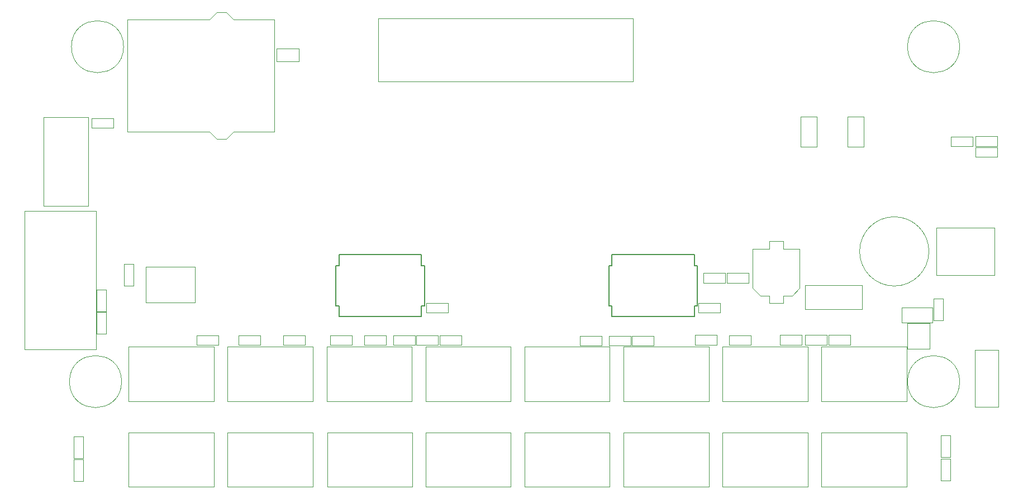
<source format=gbr>
G04 #@! TF.GenerationSoftware,KiCad,Pcbnew,(6.0.4)*
G04 #@! TF.CreationDate,2022-04-12T16:42:45-04:00*
G04 #@! TF.ProjectId,Teensy_16,5465656e-7379-45f3-9136-2e6b69636164,v1*
G04 #@! TF.SameCoordinates,Original*
G04 #@! TF.FileFunction,Other,User*
%FSLAX46Y46*%
G04 Gerber Fmt 4.6, Leading zero omitted, Abs format (unit mm)*
G04 Created by KiCad (PCBNEW (6.0.4)) date 2022-04-12 16:42:45*
%MOMM*%
%LPD*%
G01*
G04 APERTURE LIST*
%ADD10C,0.050000*%
%ADD11C,0.152400*%
G04 APERTURE END LIST*
D10*
X217367000Y-100999800D02*
X217367000Y-93799800D01*
X208567000Y-93799800D02*
X208567000Y-100999800D01*
X217367000Y-93799800D02*
X208567000Y-93799800D01*
X208567000Y-100999800D02*
X217367000Y-100999800D01*
X197574500Y-76899800D02*
X197574500Y-81499800D01*
X195074500Y-81499800D02*
X197574500Y-81499800D01*
X197574500Y-76899800D02*
X195074500Y-76899800D01*
X195074500Y-81499800D02*
X195074500Y-76899800D01*
X187974500Y-81499800D02*
X187974500Y-76899800D01*
X190474500Y-76899800D02*
X187974500Y-76899800D01*
X187974500Y-81499800D02*
X190474500Y-81499800D01*
X190474500Y-76899800D02*
X190474500Y-81499800D01*
X210717000Y-79969800D02*
X214017000Y-79969800D01*
X214017000Y-81429800D02*
X210717000Y-81429800D01*
X210717000Y-81429800D02*
X210717000Y-79969800D01*
X214017000Y-79969800D02*
X214017000Y-81429800D01*
X108217000Y-62194800D02*
X108217000Y-79204800D01*
X102067000Y-79204800D02*
X108217000Y-79204800D01*
X102067000Y-62194800D02*
X100947000Y-61074800D01*
X102067000Y-62194800D02*
X108217000Y-62194800D01*
X102067000Y-79204800D02*
X100947000Y-80324800D01*
X98377000Y-62194800D02*
X85917000Y-62194800D01*
X99497000Y-61074800D02*
X98377000Y-62194800D01*
X99497000Y-80324800D02*
X98377000Y-79204800D01*
X99497000Y-80324800D02*
X100947000Y-80324800D01*
X99497000Y-61074800D02*
X100947000Y-61074800D01*
X85917000Y-62194800D02*
X85917000Y-79204800D01*
X98377000Y-79204800D02*
X85917000Y-79204800D01*
X108567000Y-66619800D02*
X111967000Y-66619800D01*
X111967000Y-66619800D02*
X111967000Y-68579800D01*
X108567000Y-68579800D02*
X108567000Y-66619800D01*
X111967000Y-68579800D02*
X108567000Y-68579800D01*
X131242000Y-105219800D02*
X134542000Y-105219800D01*
X134542000Y-106679800D02*
X131242000Y-106679800D01*
X134542000Y-105219800D02*
X134542000Y-106679800D01*
X131242000Y-106679800D02*
X131242000Y-105219800D01*
X99050000Y-124850000D02*
X86150000Y-124850000D01*
X99050000Y-133100000D02*
X99050000Y-124850000D01*
X86150000Y-133100000D02*
X99050000Y-133100000D01*
X86150000Y-124850000D02*
X86150000Y-133100000D01*
X116150000Y-111850000D02*
X116150000Y-120100000D01*
X129050000Y-111850000D02*
X116150000Y-111850000D01*
X116150000Y-120100000D02*
X129050000Y-120100000D01*
X129050000Y-120100000D02*
X129050000Y-111850000D01*
X129164342Y-133100000D02*
X129164342Y-124850000D01*
X116264342Y-133100000D02*
X129164342Y-133100000D01*
X116264342Y-124850000D02*
X116264342Y-133100000D01*
X129164342Y-124850000D02*
X116264342Y-124850000D01*
X131150000Y-111850000D02*
X131150000Y-120100000D01*
X144050000Y-120100000D02*
X144050000Y-111850000D01*
X144050000Y-111850000D02*
X131150000Y-111850000D01*
X131150000Y-120100000D02*
X144050000Y-120100000D01*
X131150000Y-133100000D02*
X144050000Y-133100000D01*
X144050000Y-124850000D02*
X131150000Y-124850000D01*
X144050000Y-133100000D02*
X144050000Y-124850000D01*
X131150000Y-124850000D02*
X131150000Y-133100000D01*
X159050000Y-111850000D02*
X146150000Y-111850000D01*
X159050000Y-120100000D02*
X159050000Y-111850000D01*
X146150000Y-120100000D02*
X159050000Y-120100000D01*
X146150000Y-111850000D02*
X146150000Y-120100000D01*
X159050000Y-133100000D02*
X159050000Y-124850000D01*
X146150000Y-133100000D02*
X159050000Y-133100000D01*
X146150000Y-124850000D02*
X146150000Y-133100000D01*
X159050000Y-124850000D02*
X146150000Y-124850000D01*
X174050000Y-111850000D02*
X161150000Y-111850000D01*
X161150000Y-120100000D02*
X174050000Y-120100000D01*
X174050000Y-120100000D02*
X174050000Y-111850000D01*
X161150000Y-111850000D02*
X161150000Y-120100000D01*
X161150000Y-124850000D02*
X161150000Y-133100000D01*
X161150000Y-133100000D02*
X174050000Y-133100000D01*
X174050000Y-133100000D02*
X174050000Y-124850000D01*
X174050000Y-124850000D02*
X161150000Y-124850000D01*
X189050000Y-120100000D02*
X189050000Y-111850000D01*
X176150000Y-111850000D02*
X176150000Y-120100000D01*
X189050000Y-111850000D02*
X176150000Y-111850000D01*
X176150000Y-120100000D02*
X189050000Y-120100000D01*
X189050000Y-133100000D02*
X189050000Y-124850000D01*
X176150000Y-124850000D02*
X176150000Y-133100000D01*
X176150000Y-133100000D02*
X189050000Y-133100000D01*
X189050000Y-124850000D02*
X176150000Y-124850000D01*
X204050000Y-120100000D02*
X204050000Y-111850000D01*
X191150000Y-111850000D02*
X191150000Y-120100000D01*
X191150000Y-120100000D02*
X204050000Y-120100000D01*
X204050000Y-111850000D02*
X191150000Y-111850000D01*
X191150000Y-124850000D02*
X191150000Y-133100000D01*
X204050000Y-124850000D02*
X191150000Y-124850000D01*
X191150000Y-133100000D02*
X204050000Y-133100000D01*
X204050000Y-133100000D02*
X204050000Y-124850000D01*
X172517000Y-106629800D02*
X172517000Y-105169800D01*
X172517000Y-105169800D02*
X175817000Y-105169800D01*
X175817000Y-106629800D02*
X172517000Y-106629800D01*
X175817000Y-105169800D02*
X175817000Y-106629800D01*
X99050000Y-120100000D02*
X99050000Y-111850000D01*
X86150000Y-120100000D02*
X99050000Y-120100000D01*
X99050000Y-111850000D02*
X86150000Y-111850000D01*
X86150000Y-111850000D02*
X86150000Y-120100000D01*
X101150000Y-111850000D02*
X101150000Y-120100000D01*
X114050000Y-111850000D02*
X101150000Y-111850000D01*
X114050000Y-120100000D02*
X114050000Y-111850000D01*
X101150000Y-120100000D02*
X114050000Y-120100000D01*
X101150000Y-124850000D02*
X101150000Y-133100000D01*
X101150000Y-133100000D02*
X114050000Y-133100000D01*
X114050000Y-124850000D02*
X101150000Y-124850000D01*
X114050000Y-133100000D02*
X114050000Y-124850000D01*
X203267000Y-105899800D02*
X203267000Y-108199800D01*
X207967000Y-108199800D02*
X203267000Y-108199800D01*
X203267000Y-105899800D02*
X207967000Y-105899800D01*
X207967000Y-105899800D02*
X207967000Y-108199800D01*
X86897000Y-99249800D02*
X86897000Y-102549800D01*
X85437000Y-102549800D02*
X85437000Y-99249800D01*
X86897000Y-102549800D02*
X85437000Y-102549800D01*
X85437000Y-99249800D02*
X86897000Y-99249800D01*
X85377600Y-66318600D02*
G75*
G03*
X85377600Y-66318600I-3950000J0D01*
G01*
X77837000Y-125449800D02*
X79297000Y-125449800D01*
X77837000Y-128749800D02*
X77837000Y-125449800D01*
X79297000Y-125449800D02*
X79297000Y-128749800D01*
X79297000Y-128749800D02*
X77837000Y-128749800D01*
X209237000Y-125249800D02*
X210697000Y-125249800D01*
X210697000Y-128549800D02*
X209237000Y-128549800D01*
X209237000Y-128549800D02*
X209237000Y-125249800D01*
X210697000Y-125249800D02*
X210697000Y-128549800D01*
X85077600Y-117118600D02*
G75*
G03*
X85077600Y-117118600I-3950000J0D01*
G01*
X77837000Y-132249800D02*
X77837000Y-128949800D01*
X77837000Y-128949800D02*
X79297000Y-128949800D01*
X79297000Y-132249800D02*
X77837000Y-132249800D01*
X79297000Y-128949800D02*
X79297000Y-132249800D01*
X210697000Y-128849800D02*
X210697000Y-132149800D01*
X209237000Y-128849800D02*
X210697000Y-128849800D01*
X210697000Y-132149800D02*
X209237000Y-132149800D01*
X209237000Y-132149800D02*
X209237000Y-128849800D01*
X180117000Y-100669800D02*
X180117000Y-102129800D01*
X176817000Y-100669800D02*
X180117000Y-100669800D01*
X176817000Y-102129800D02*
X176817000Y-100669800D01*
X180117000Y-102129800D02*
X176817000Y-102129800D01*
D11*
X158911400Y-105597800D02*
X158911400Y-99501800D01*
X159368600Y-105597800D02*
X158911400Y-105597800D01*
X158911400Y-99501800D02*
X159368600Y-99501800D01*
X159368600Y-99501800D02*
X159368600Y-97838100D01*
X159368600Y-107261500D02*
X159368600Y-105597800D01*
X172322600Y-99501800D02*
X172322600Y-105597800D01*
X171865400Y-97838100D02*
X171865400Y-99501800D01*
X171865400Y-99501800D02*
X172322600Y-99501800D01*
X171865400Y-107261500D02*
X159368600Y-107261500D01*
X159368600Y-97838100D02*
X171865400Y-97838100D01*
X171865400Y-105597800D02*
X171865400Y-107261500D01*
X172322600Y-105597800D02*
X171865400Y-105597800D01*
X130515400Y-105597800D02*
X130515400Y-107261500D01*
X118018600Y-105597800D02*
X117561400Y-105597800D01*
X130515400Y-97838100D02*
X130515400Y-99501800D01*
X118018600Y-97838100D02*
X130515400Y-97838100D01*
X117561400Y-99501800D02*
X118018600Y-99501800D01*
X130515400Y-99501800D02*
X130972600Y-99501800D01*
X130972600Y-105597800D02*
X130515400Y-105597800D01*
X117561400Y-105597800D02*
X117561400Y-99501800D01*
X118018600Y-99501800D02*
X118018600Y-97838100D01*
X130972600Y-99501800D02*
X130972600Y-105597800D01*
X130515400Y-107261500D02*
X118018600Y-107261500D01*
X118018600Y-107261500D02*
X118018600Y-105597800D01*
D10*
X88767000Y-99699800D02*
X88767000Y-105099800D01*
X96167000Y-99699800D02*
X88767000Y-99699800D01*
X88767000Y-105099800D02*
X96167000Y-105099800D01*
X96167000Y-105099800D02*
X96167000Y-99699800D01*
X123977000Y-62049800D02*
X123977000Y-71599800D01*
X123977000Y-71599800D02*
X162557000Y-71599800D01*
X162557000Y-71599800D02*
X162557000Y-62049800D01*
X162557000Y-62049800D02*
X123977000Y-62049800D01*
X212077600Y-117118600D02*
G75*
G03*
X212077600Y-117118600I-3950000J0D01*
G01*
X197292000Y-106099800D02*
X197292000Y-102499800D01*
X197292000Y-102499800D02*
X188642000Y-102499800D01*
X188642000Y-102499800D02*
X188642000Y-106099800D01*
X188642000Y-106099800D02*
X197292000Y-106099800D01*
X80017000Y-77049800D02*
X73267000Y-77049800D01*
X80017000Y-90449800D02*
X80017000Y-77049800D01*
X73267000Y-90449800D02*
X80017000Y-90449800D01*
X73267000Y-77049800D02*
X73267000Y-90449800D01*
X214367000Y-112299800D02*
X214367000Y-120949800D01*
X217967000Y-112299800D02*
X214367000Y-112299800D01*
X217967000Y-120949800D02*
X217967000Y-112299800D01*
X214367000Y-120949800D02*
X217967000Y-120949800D01*
X81177000Y-91199800D02*
X70367000Y-91199800D01*
X70367000Y-91199800D02*
X70367000Y-112199800D01*
X70367000Y-112199800D02*
X81177000Y-112199800D01*
X81177000Y-112199800D02*
X81177000Y-91199800D01*
X82747000Y-106599800D02*
X82747000Y-109899800D01*
X82747000Y-109899800D02*
X81287000Y-109899800D01*
X81287000Y-106599800D02*
X82747000Y-106599800D01*
X81287000Y-109899800D02*
X81287000Y-106599800D01*
X82747000Y-106499800D02*
X81287000Y-106499800D01*
X81287000Y-103199800D02*
X82747000Y-103199800D01*
X82747000Y-103199800D02*
X82747000Y-106499800D01*
X81287000Y-106499800D02*
X81287000Y-103199800D01*
X173217000Y-102129800D02*
X173217000Y-100669800D01*
X173217000Y-100669800D02*
X176517000Y-100669800D01*
X176517000Y-102129800D02*
X173217000Y-102129800D01*
X176517000Y-100669800D02*
X176517000Y-102129800D01*
X185317000Y-96999800D02*
X187817000Y-96999800D01*
X180717000Y-102949800D02*
X180717000Y-96999800D01*
X186667000Y-104099800D02*
X187817000Y-102949800D01*
X185317000Y-95849800D02*
X185317000Y-96999800D01*
X185317000Y-105249800D02*
X185317000Y-104099800D01*
X183217000Y-104099800D02*
X183217000Y-105249800D01*
X183217000Y-105249800D02*
X185317000Y-105249800D01*
X183217000Y-96999800D02*
X183217000Y-95849800D01*
X181867000Y-104099800D02*
X180717000Y-102949800D01*
X183217000Y-95849800D02*
X185317000Y-95849800D01*
X180717000Y-96999800D02*
X183217000Y-96999800D01*
X181867000Y-104099800D02*
X183217000Y-104099800D01*
X187817000Y-102949800D02*
X187817000Y-96999800D01*
X185317000Y-104099800D02*
X186667000Y-104099800D01*
X207417000Y-97367477D02*
G75*
G03*
X207417000Y-97367477I-5250000J0D01*
G01*
X80517000Y-78629800D02*
X80517000Y-77169800D01*
X80517000Y-77169800D02*
X83817000Y-77169800D01*
X83817000Y-77169800D02*
X83817000Y-78629800D01*
X83817000Y-78629800D02*
X80517000Y-78629800D01*
X217742000Y-83054800D02*
X214442000Y-83054800D01*
X214442000Y-81594800D02*
X217742000Y-81594800D01*
X217742000Y-81594800D02*
X217742000Y-83054800D01*
X214442000Y-83054800D02*
X214442000Y-81594800D01*
X214442000Y-81379800D02*
X214442000Y-79919800D01*
X217742000Y-79919800D02*
X217742000Y-81379800D01*
X217742000Y-81379800D02*
X214442000Y-81379800D01*
X214442000Y-79919800D02*
X217742000Y-79919800D01*
X212077600Y-66318613D02*
G75*
G03*
X212077600Y-66318613I-3950000J0D01*
G01*
X175317000Y-110069800D02*
X175317000Y-111529800D01*
X172017000Y-111529800D02*
X172017000Y-110069800D01*
X175317000Y-111529800D02*
X172017000Y-111529800D01*
X172017000Y-110069800D02*
X175317000Y-110069800D01*
X121842000Y-110119800D02*
X125142000Y-110119800D01*
X121842000Y-111579800D02*
X121842000Y-110119800D01*
X125142000Y-111579800D02*
X121842000Y-111579800D01*
X125142000Y-110119800D02*
X125142000Y-111579800D01*
X133017000Y-110119800D02*
X133017000Y-111579800D01*
X129717000Y-111579800D02*
X129717000Y-110119800D01*
X129717000Y-110119800D02*
X133017000Y-110119800D01*
X133017000Y-111579800D02*
X129717000Y-111579800D01*
X99717000Y-111579800D02*
X96417000Y-111579800D01*
X99717000Y-110119800D02*
X99717000Y-111579800D01*
X96417000Y-110119800D02*
X99717000Y-110119800D01*
X96417000Y-111579800D02*
X96417000Y-110119800D01*
X102792000Y-110119800D02*
X106092000Y-110119800D01*
X106092000Y-111579800D02*
X102792000Y-111579800D01*
X106092000Y-110119800D02*
X106092000Y-111579800D01*
X102792000Y-111579800D02*
X102792000Y-110119800D01*
X204117000Y-108279800D02*
X204117000Y-112119800D01*
X204117000Y-112119800D02*
X207517000Y-112119800D01*
X207517000Y-112119800D02*
X207517000Y-108279800D01*
X207517000Y-108279800D02*
X204117000Y-108279800D01*
X120017000Y-111579800D02*
X116717000Y-111579800D01*
X116717000Y-111579800D02*
X116717000Y-110119800D01*
X116717000Y-110119800D02*
X120017000Y-110119800D01*
X120017000Y-110119800D02*
X120017000Y-111579800D01*
X158967000Y-110169800D02*
X162267000Y-110169800D01*
X162267000Y-111629800D02*
X158967000Y-111629800D01*
X162267000Y-110169800D02*
X162267000Y-111629800D01*
X158967000Y-111629800D02*
X158967000Y-110169800D01*
X133317000Y-110119800D02*
X136617000Y-110119800D01*
X136617000Y-111579800D02*
X133317000Y-111579800D01*
X136617000Y-110119800D02*
X136617000Y-111579800D01*
X133317000Y-111579800D02*
X133317000Y-110119800D01*
X154567000Y-111629800D02*
X154567000Y-110169800D01*
X157867000Y-110169800D02*
X157867000Y-111629800D01*
X154567000Y-110169800D02*
X157867000Y-110169800D01*
X157867000Y-111629800D02*
X154567000Y-111629800D01*
X109567000Y-111579800D02*
X109567000Y-110119800D01*
X109567000Y-110119800D02*
X112867000Y-110119800D01*
X112867000Y-111579800D02*
X109567000Y-111579800D01*
X112867000Y-110119800D02*
X112867000Y-111579800D01*
X162417000Y-111629800D02*
X162417000Y-110169800D01*
X165717000Y-111629800D02*
X162417000Y-111629800D01*
X165717000Y-110169800D02*
X165717000Y-111629800D01*
X162417000Y-110169800D02*
X165717000Y-110169800D01*
X192217000Y-111529800D02*
X192217000Y-110069800D01*
X195517000Y-110069800D02*
X195517000Y-111529800D01*
X195517000Y-111529800D02*
X192217000Y-111529800D01*
X192217000Y-110069800D02*
X195517000Y-110069800D01*
X209547000Y-104499800D02*
X209547000Y-107799800D01*
X208087000Y-107799800D02*
X208087000Y-104499800D01*
X209547000Y-107799800D02*
X208087000Y-107799800D01*
X208087000Y-104499800D02*
X209547000Y-104499800D01*
X191967000Y-110069800D02*
X191967000Y-111529800D01*
X188667000Y-110069800D02*
X191967000Y-110069800D01*
X191967000Y-111529800D02*
X188667000Y-111529800D01*
X188667000Y-111529800D02*
X188667000Y-110069800D01*
X184867000Y-110069800D02*
X188167000Y-110069800D01*
X188167000Y-110069800D02*
X188167000Y-111529800D01*
X184867000Y-111529800D02*
X184867000Y-110069800D01*
X188167000Y-111529800D02*
X184867000Y-111529800D01*
X180417000Y-110119800D02*
X180417000Y-111579800D01*
X177117000Y-111579800D02*
X177117000Y-110119800D01*
X177117000Y-110119800D02*
X180417000Y-110119800D01*
X180417000Y-111579800D02*
X177117000Y-111579800D01*
X129567000Y-110119800D02*
X129567000Y-111579800D01*
X129567000Y-111579800D02*
X126267000Y-111579800D01*
X126267000Y-110119800D02*
X129567000Y-110119800D01*
X126267000Y-111579800D02*
X126267000Y-110119800D01*
M02*

</source>
